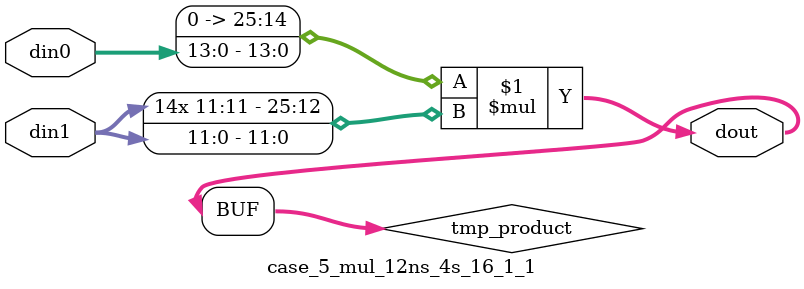
<source format=v>

`timescale 1 ns / 1 ps

 (* use_dsp = "no" *)  module case_5_mul_12ns_4s_16_1_1(din0, din1, dout);
parameter ID = 1;
parameter NUM_STAGE = 0;
parameter din0_WIDTH = 14;
parameter din1_WIDTH = 12;
parameter dout_WIDTH = 26;

input [din0_WIDTH - 1 : 0] din0; 
input [din1_WIDTH - 1 : 0] din1; 
output [dout_WIDTH - 1 : 0] dout;

wire signed [dout_WIDTH - 1 : 0] tmp_product;

























assign tmp_product = $signed({1'b0, din0}) * $signed(din1);










assign dout = tmp_product;





















endmodule

</source>
